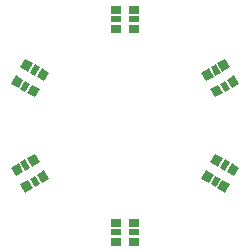
<source format=gts>
G04 #@! TF.GenerationSoftware,KiCad,Pcbnew,7.0.2.1-36-g582732918d-dirty-deb11*
G04 #@! TF.CreationDate,2023-05-26T11:20:27+00:00*
G04 #@! TF.ProjectId,pedalboard-led-ring,70656461-6c62-46f6-9172-642d6c65642d,rev?*
G04 #@! TF.SameCoordinates,Original*
G04 #@! TF.FileFunction,Soldermask,Top*
G04 #@! TF.FilePolarity,Negative*
%FSLAX46Y46*%
G04 Gerber Fmt 4.6, Leading zero omitted, Abs format (unit mm)*
G04 Created by KiCad (PCBNEW 7.0.2.1-36-g582732918d-dirty-deb11) date 2023-05-26 11:20:27*
%MOMM*%
%LPD*%
G01*
G04 APERTURE LIST*
%ADD10R,0.830000X0.750000*%
%ADD11R,0.830000X0.500000*%
G04 APERTURE END LIST*
G36*
X87819890Y-54716439D02*
G01*
X88469410Y-54341439D01*
X88884410Y-55060241D01*
X88234890Y-55435241D01*
X87819890Y-54716439D01*
G37*
G36*
X87230994Y-55056439D02*
G01*
X87664006Y-54806439D01*
X88079006Y-55525241D01*
X87645994Y-55775241D01*
X87230994Y-55056439D01*
G37*
G36*
X86425590Y-55521439D02*
G01*
X87075110Y-55146439D01*
X87490110Y-55865241D01*
X86840590Y-56240241D01*
X86425590Y-55521439D01*
G37*
G36*
X87215590Y-56889759D02*
G01*
X87865110Y-56514759D01*
X88280110Y-57233561D01*
X87630590Y-57608561D01*
X87215590Y-56889759D01*
G37*
G36*
X88020994Y-56424759D02*
G01*
X88454006Y-56174759D01*
X88869006Y-56893561D01*
X88435994Y-57143561D01*
X88020994Y-56424759D01*
G37*
G36*
X88609890Y-56084759D02*
G01*
X89259410Y-55709759D01*
X89674410Y-56428561D01*
X89024890Y-56803561D01*
X88609890Y-56084759D01*
G37*
D10*
X80790000Y-69805000D03*
D11*
X80790000Y-69000000D03*
D10*
X80790000Y-68195000D03*
X79210000Y-68195000D03*
D11*
X79210000Y-69000000D03*
D10*
X79210000Y-69805000D03*
X79210000Y-50195000D03*
D11*
X79210000Y-51000000D03*
D10*
X79210000Y-51805000D03*
X80790000Y-51805000D03*
D11*
X80790000Y-51000000D03*
D10*
X80790000Y-50195000D03*
G36*
X72180110Y-65283561D02*
G01*
X71530590Y-65658561D01*
X71115590Y-64939759D01*
X71765110Y-64564759D01*
X72180110Y-65283561D01*
G37*
G36*
X72769006Y-64943561D02*
G01*
X72335994Y-65193561D01*
X71920994Y-64474759D01*
X72354006Y-64224759D01*
X72769006Y-64943561D01*
G37*
G36*
X73574410Y-64478561D02*
G01*
X72924890Y-64853561D01*
X72509890Y-64134759D01*
X73159410Y-63759759D01*
X73574410Y-64478561D01*
G37*
G36*
X72784410Y-63110241D02*
G01*
X72134890Y-63485241D01*
X71719890Y-62766439D01*
X72369410Y-62391439D01*
X72784410Y-63110241D01*
G37*
G36*
X71979006Y-63575241D02*
G01*
X71545994Y-63825241D01*
X71130994Y-63106439D01*
X71564006Y-62856439D01*
X71979006Y-63575241D01*
G37*
G36*
X71390110Y-63915241D02*
G01*
X70740590Y-64290241D01*
X70325590Y-63571439D01*
X70975110Y-63196439D01*
X71390110Y-63915241D01*
G37*
G36*
X70975110Y-56803561D02*
G01*
X70325590Y-56428561D01*
X70740590Y-55709759D01*
X71390110Y-56084759D01*
X70975110Y-56803561D01*
G37*
G36*
X71564006Y-57143561D02*
G01*
X71130994Y-56893561D01*
X71545994Y-56174759D01*
X71979006Y-56424759D01*
X71564006Y-57143561D01*
G37*
G36*
X72369410Y-57608561D02*
G01*
X71719890Y-57233561D01*
X72134890Y-56514759D01*
X72784410Y-56889759D01*
X72369410Y-57608561D01*
G37*
G36*
X73159410Y-56240241D02*
G01*
X72509890Y-55865241D01*
X72924890Y-55146439D01*
X73574410Y-55521439D01*
X73159410Y-56240241D01*
G37*
G36*
X72354006Y-55775241D02*
G01*
X71920994Y-55525241D01*
X72335994Y-54806439D01*
X72769006Y-55056439D01*
X72354006Y-55775241D01*
G37*
G36*
X71765110Y-55435241D02*
G01*
X71115590Y-55060241D01*
X71530590Y-54341439D01*
X72180110Y-54716439D01*
X71765110Y-55435241D01*
G37*
G36*
X89024890Y-63196439D02*
G01*
X89674410Y-63571439D01*
X89259410Y-64290241D01*
X88609890Y-63915241D01*
X89024890Y-63196439D01*
G37*
G36*
X88435994Y-62856439D02*
G01*
X88869006Y-63106439D01*
X88454006Y-63825241D01*
X88020994Y-63575241D01*
X88435994Y-62856439D01*
G37*
G36*
X87630590Y-62391439D02*
G01*
X88280110Y-62766439D01*
X87865110Y-63485241D01*
X87215590Y-63110241D01*
X87630590Y-62391439D01*
G37*
G36*
X86840590Y-63759759D02*
G01*
X87490110Y-64134759D01*
X87075110Y-64853561D01*
X86425590Y-64478561D01*
X86840590Y-63759759D01*
G37*
G36*
X87645994Y-64224759D02*
G01*
X88079006Y-64474759D01*
X87664006Y-65193561D01*
X87230994Y-64943561D01*
X87645994Y-64224759D01*
G37*
G36*
X88234890Y-64564759D02*
G01*
X88884410Y-64939759D01*
X88469410Y-65658561D01*
X87819890Y-65283561D01*
X88234890Y-64564759D01*
G37*
M02*

</source>
